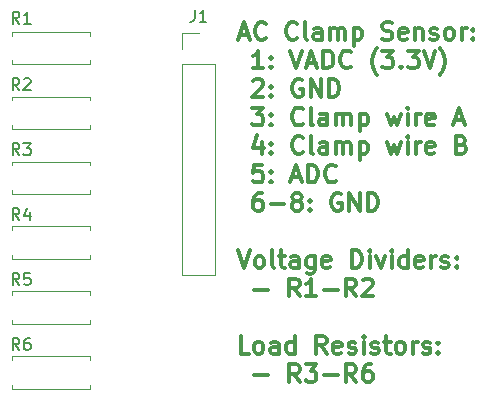
<source format=gbr>
%TF.GenerationSoftware,KiCad,Pcbnew,9.0.6*%
%TF.CreationDate,2025-11-25T21:03:31+00:00*%
%TF.ProjectId,sensor,73656e73-6f72-42e6-9b69-6361645f7063,rev?*%
%TF.SameCoordinates,Original*%
%TF.FileFunction,Legend,Top*%
%TF.FilePolarity,Positive*%
%FSLAX46Y46*%
G04 Gerber Fmt 4.6, Leading zero omitted, Abs format (unit mm)*
G04 Created by KiCad (PCBNEW 9.0.6) date 2025-11-25 21:03:31*
%MOMM*%
%LPD*%
G01*
G04 APERTURE LIST*
%ADD10C,0.300000*%
%ADD11C,0.150000*%
%ADD12C,0.120000*%
G04 APERTURE END LIST*
D10*
X71983082Y-38393265D02*
X72697368Y-38393265D01*
X71840225Y-38821836D02*
X72340225Y-37321836D01*
X72340225Y-37321836D02*
X72840225Y-38821836D01*
X74197367Y-38678979D02*
X74125939Y-38750408D01*
X74125939Y-38750408D02*
X73911653Y-38821836D01*
X73911653Y-38821836D02*
X73768796Y-38821836D01*
X73768796Y-38821836D02*
X73554510Y-38750408D01*
X73554510Y-38750408D02*
X73411653Y-38607550D01*
X73411653Y-38607550D02*
X73340224Y-38464693D01*
X73340224Y-38464693D02*
X73268796Y-38178979D01*
X73268796Y-38178979D02*
X73268796Y-37964693D01*
X73268796Y-37964693D02*
X73340224Y-37678979D01*
X73340224Y-37678979D02*
X73411653Y-37536122D01*
X73411653Y-37536122D02*
X73554510Y-37393265D01*
X73554510Y-37393265D02*
X73768796Y-37321836D01*
X73768796Y-37321836D02*
X73911653Y-37321836D01*
X73911653Y-37321836D02*
X74125939Y-37393265D01*
X74125939Y-37393265D02*
X74197367Y-37464693D01*
X76840224Y-38678979D02*
X76768796Y-38750408D01*
X76768796Y-38750408D02*
X76554510Y-38821836D01*
X76554510Y-38821836D02*
X76411653Y-38821836D01*
X76411653Y-38821836D02*
X76197367Y-38750408D01*
X76197367Y-38750408D02*
X76054510Y-38607550D01*
X76054510Y-38607550D02*
X75983081Y-38464693D01*
X75983081Y-38464693D02*
X75911653Y-38178979D01*
X75911653Y-38178979D02*
X75911653Y-37964693D01*
X75911653Y-37964693D02*
X75983081Y-37678979D01*
X75983081Y-37678979D02*
X76054510Y-37536122D01*
X76054510Y-37536122D02*
X76197367Y-37393265D01*
X76197367Y-37393265D02*
X76411653Y-37321836D01*
X76411653Y-37321836D02*
X76554510Y-37321836D01*
X76554510Y-37321836D02*
X76768796Y-37393265D01*
X76768796Y-37393265D02*
X76840224Y-37464693D01*
X77697367Y-38821836D02*
X77554510Y-38750408D01*
X77554510Y-38750408D02*
X77483081Y-38607550D01*
X77483081Y-38607550D02*
X77483081Y-37321836D01*
X78911653Y-38821836D02*
X78911653Y-38036122D01*
X78911653Y-38036122D02*
X78840224Y-37893265D01*
X78840224Y-37893265D02*
X78697367Y-37821836D01*
X78697367Y-37821836D02*
X78411653Y-37821836D01*
X78411653Y-37821836D02*
X78268795Y-37893265D01*
X78911653Y-38750408D02*
X78768795Y-38821836D01*
X78768795Y-38821836D02*
X78411653Y-38821836D01*
X78411653Y-38821836D02*
X78268795Y-38750408D01*
X78268795Y-38750408D02*
X78197367Y-38607550D01*
X78197367Y-38607550D02*
X78197367Y-38464693D01*
X78197367Y-38464693D02*
X78268795Y-38321836D01*
X78268795Y-38321836D02*
X78411653Y-38250408D01*
X78411653Y-38250408D02*
X78768795Y-38250408D01*
X78768795Y-38250408D02*
X78911653Y-38178979D01*
X79625938Y-38821836D02*
X79625938Y-37821836D01*
X79625938Y-37964693D02*
X79697367Y-37893265D01*
X79697367Y-37893265D02*
X79840224Y-37821836D01*
X79840224Y-37821836D02*
X80054510Y-37821836D01*
X80054510Y-37821836D02*
X80197367Y-37893265D01*
X80197367Y-37893265D02*
X80268796Y-38036122D01*
X80268796Y-38036122D02*
X80268796Y-38821836D01*
X80268796Y-38036122D02*
X80340224Y-37893265D01*
X80340224Y-37893265D02*
X80483081Y-37821836D01*
X80483081Y-37821836D02*
X80697367Y-37821836D01*
X80697367Y-37821836D02*
X80840224Y-37893265D01*
X80840224Y-37893265D02*
X80911653Y-38036122D01*
X80911653Y-38036122D02*
X80911653Y-38821836D01*
X81625938Y-37821836D02*
X81625938Y-39321836D01*
X81625938Y-37893265D02*
X81768796Y-37821836D01*
X81768796Y-37821836D02*
X82054510Y-37821836D01*
X82054510Y-37821836D02*
X82197367Y-37893265D01*
X82197367Y-37893265D02*
X82268796Y-37964693D01*
X82268796Y-37964693D02*
X82340224Y-38107550D01*
X82340224Y-38107550D02*
X82340224Y-38536122D01*
X82340224Y-38536122D02*
X82268796Y-38678979D01*
X82268796Y-38678979D02*
X82197367Y-38750408D01*
X82197367Y-38750408D02*
X82054510Y-38821836D01*
X82054510Y-38821836D02*
X81768796Y-38821836D01*
X81768796Y-38821836D02*
X81625938Y-38750408D01*
X84054510Y-38750408D02*
X84268796Y-38821836D01*
X84268796Y-38821836D02*
X84625938Y-38821836D01*
X84625938Y-38821836D02*
X84768796Y-38750408D01*
X84768796Y-38750408D02*
X84840224Y-38678979D01*
X84840224Y-38678979D02*
X84911653Y-38536122D01*
X84911653Y-38536122D02*
X84911653Y-38393265D01*
X84911653Y-38393265D02*
X84840224Y-38250408D01*
X84840224Y-38250408D02*
X84768796Y-38178979D01*
X84768796Y-38178979D02*
X84625938Y-38107550D01*
X84625938Y-38107550D02*
X84340224Y-38036122D01*
X84340224Y-38036122D02*
X84197367Y-37964693D01*
X84197367Y-37964693D02*
X84125938Y-37893265D01*
X84125938Y-37893265D02*
X84054510Y-37750408D01*
X84054510Y-37750408D02*
X84054510Y-37607550D01*
X84054510Y-37607550D02*
X84125938Y-37464693D01*
X84125938Y-37464693D02*
X84197367Y-37393265D01*
X84197367Y-37393265D02*
X84340224Y-37321836D01*
X84340224Y-37321836D02*
X84697367Y-37321836D01*
X84697367Y-37321836D02*
X84911653Y-37393265D01*
X86125938Y-38750408D02*
X85983081Y-38821836D01*
X85983081Y-38821836D02*
X85697367Y-38821836D01*
X85697367Y-38821836D02*
X85554509Y-38750408D01*
X85554509Y-38750408D02*
X85483081Y-38607550D01*
X85483081Y-38607550D02*
X85483081Y-38036122D01*
X85483081Y-38036122D02*
X85554509Y-37893265D01*
X85554509Y-37893265D02*
X85697367Y-37821836D01*
X85697367Y-37821836D02*
X85983081Y-37821836D01*
X85983081Y-37821836D02*
X86125938Y-37893265D01*
X86125938Y-37893265D02*
X86197367Y-38036122D01*
X86197367Y-38036122D02*
X86197367Y-38178979D01*
X86197367Y-38178979D02*
X85483081Y-38321836D01*
X86840223Y-37821836D02*
X86840223Y-38821836D01*
X86840223Y-37964693D02*
X86911652Y-37893265D01*
X86911652Y-37893265D02*
X87054509Y-37821836D01*
X87054509Y-37821836D02*
X87268795Y-37821836D01*
X87268795Y-37821836D02*
X87411652Y-37893265D01*
X87411652Y-37893265D02*
X87483081Y-38036122D01*
X87483081Y-38036122D02*
X87483081Y-38821836D01*
X88125938Y-38750408D02*
X88268795Y-38821836D01*
X88268795Y-38821836D02*
X88554509Y-38821836D01*
X88554509Y-38821836D02*
X88697366Y-38750408D01*
X88697366Y-38750408D02*
X88768795Y-38607550D01*
X88768795Y-38607550D02*
X88768795Y-38536122D01*
X88768795Y-38536122D02*
X88697366Y-38393265D01*
X88697366Y-38393265D02*
X88554509Y-38321836D01*
X88554509Y-38321836D02*
X88340224Y-38321836D01*
X88340224Y-38321836D02*
X88197366Y-38250408D01*
X88197366Y-38250408D02*
X88125938Y-38107550D01*
X88125938Y-38107550D02*
X88125938Y-38036122D01*
X88125938Y-38036122D02*
X88197366Y-37893265D01*
X88197366Y-37893265D02*
X88340224Y-37821836D01*
X88340224Y-37821836D02*
X88554509Y-37821836D01*
X88554509Y-37821836D02*
X88697366Y-37893265D01*
X89625938Y-38821836D02*
X89483081Y-38750408D01*
X89483081Y-38750408D02*
X89411652Y-38678979D01*
X89411652Y-38678979D02*
X89340224Y-38536122D01*
X89340224Y-38536122D02*
X89340224Y-38107550D01*
X89340224Y-38107550D02*
X89411652Y-37964693D01*
X89411652Y-37964693D02*
X89483081Y-37893265D01*
X89483081Y-37893265D02*
X89625938Y-37821836D01*
X89625938Y-37821836D02*
X89840224Y-37821836D01*
X89840224Y-37821836D02*
X89983081Y-37893265D01*
X89983081Y-37893265D02*
X90054510Y-37964693D01*
X90054510Y-37964693D02*
X90125938Y-38107550D01*
X90125938Y-38107550D02*
X90125938Y-38536122D01*
X90125938Y-38536122D02*
X90054510Y-38678979D01*
X90054510Y-38678979D02*
X89983081Y-38750408D01*
X89983081Y-38750408D02*
X89840224Y-38821836D01*
X89840224Y-38821836D02*
X89625938Y-38821836D01*
X90768795Y-38821836D02*
X90768795Y-37821836D01*
X90768795Y-38107550D02*
X90840224Y-37964693D01*
X90840224Y-37964693D02*
X90911653Y-37893265D01*
X90911653Y-37893265D02*
X91054510Y-37821836D01*
X91054510Y-37821836D02*
X91197367Y-37821836D01*
X91697366Y-38678979D02*
X91768795Y-38750408D01*
X91768795Y-38750408D02*
X91697366Y-38821836D01*
X91697366Y-38821836D02*
X91625938Y-38750408D01*
X91625938Y-38750408D02*
X91697366Y-38678979D01*
X91697366Y-38678979D02*
X91697366Y-38821836D01*
X91697366Y-37893265D02*
X91768795Y-37964693D01*
X91768795Y-37964693D02*
X91697366Y-38036122D01*
X91697366Y-38036122D02*
X91625938Y-37964693D01*
X91625938Y-37964693D02*
X91697366Y-37893265D01*
X91697366Y-37893265D02*
X91697366Y-38036122D01*
X73983082Y-41236752D02*
X73125939Y-41236752D01*
X73554510Y-41236752D02*
X73554510Y-39736752D01*
X73554510Y-39736752D02*
X73411653Y-39951038D01*
X73411653Y-39951038D02*
X73268796Y-40093895D01*
X73268796Y-40093895D02*
X73125939Y-40165324D01*
X74625938Y-41093895D02*
X74697367Y-41165324D01*
X74697367Y-41165324D02*
X74625938Y-41236752D01*
X74625938Y-41236752D02*
X74554510Y-41165324D01*
X74554510Y-41165324D02*
X74625938Y-41093895D01*
X74625938Y-41093895D02*
X74625938Y-41236752D01*
X74625938Y-40308181D02*
X74697367Y-40379609D01*
X74697367Y-40379609D02*
X74625938Y-40451038D01*
X74625938Y-40451038D02*
X74554510Y-40379609D01*
X74554510Y-40379609D02*
X74625938Y-40308181D01*
X74625938Y-40308181D02*
X74625938Y-40451038D01*
X76268796Y-39736752D02*
X76768796Y-41236752D01*
X76768796Y-41236752D02*
X77268796Y-39736752D01*
X77697367Y-40808181D02*
X78411653Y-40808181D01*
X77554510Y-41236752D02*
X78054510Y-39736752D01*
X78054510Y-39736752D02*
X78554510Y-41236752D01*
X79054509Y-41236752D02*
X79054509Y-39736752D01*
X79054509Y-39736752D02*
X79411652Y-39736752D01*
X79411652Y-39736752D02*
X79625938Y-39808181D01*
X79625938Y-39808181D02*
X79768795Y-39951038D01*
X79768795Y-39951038D02*
X79840224Y-40093895D01*
X79840224Y-40093895D02*
X79911652Y-40379609D01*
X79911652Y-40379609D02*
X79911652Y-40593895D01*
X79911652Y-40593895D02*
X79840224Y-40879609D01*
X79840224Y-40879609D02*
X79768795Y-41022466D01*
X79768795Y-41022466D02*
X79625938Y-41165324D01*
X79625938Y-41165324D02*
X79411652Y-41236752D01*
X79411652Y-41236752D02*
X79054509Y-41236752D01*
X81411652Y-41093895D02*
X81340224Y-41165324D01*
X81340224Y-41165324D02*
X81125938Y-41236752D01*
X81125938Y-41236752D02*
X80983081Y-41236752D01*
X80983081Y-41236752D02*
X80768795Y-41165324D01*
X80768795Y-41165324D02*
X80625938Y-41022466D01*
X80625938Y-41022466D02*
X80554509Y-40879609D01*
X80554509Y-40879609D02*
X80483081Y-40593895D01*
X80483081Y-40593895D02*
X80483081Y-40379609D01*
X80483081Y-40379609D02*
X80554509Y-40093895D01*
X80554509Y-40093895D02*
X80625938Y-39951038D01*
X80625938Y-39951038D02*
X80768795Y-39808181D01*
X80768795Y-39808181D02*
X80983081Y-39736752D01*
X80983081Y-39736752D02*
X81125938Y-39736752D01*
X81125938Y-39736752D02*
X81340224Y-39808181D01*
X81340224Y-39808181D02*
X81411652Y-39879609D01*
X83625938Y-41808181D02*
X83554509Y-41736752D01*
X83554509Y-41736752D02*
X83411652Y-41522466D01*
X83411652Y-41522466D02*
X83340224Y-41379609D01*
X83340224Y-41379609D02*
X83268795Y-41165324D01*
X83268795Y-41165324D02*
X83197366Y-40808181D01*
X83197366Y-40808181D02*
X83197366Y-40522466D01*
X83197366Y-40522466D02*
X83268795Y-40165324D01*
X83268795Y-40165324D02*
X83340224Y-39951038D01*
X83340224Y-39951038D02*
X83411652Y-39808181D01*
X83411652Y-39808181D02*
X83554509Y-39593895D01*
X83554509Y-39593895D02*
X83625938Y-39522466D01*
X84054509Y-39736752D02*
X84983081Y-39736752D01*
X84983081Y-39736752D02*
X84483081Y-40308181D01*
X84483081Y-40308181D02*
X84697366Y-40308181D01*
X84697366Y-40308181D02*
X84840224Y-40379609D01*
X84840224Y-40379609D02*
X84911652Y-40451038D01*
X84911652Y-40451038D02*
X84983081Y-40593895D01*
X84983081Y-40593895D02*
X84983081Y-40951038D01*
X84983081Y-40951038D02*
X84911652Y-41093895D01*
X84911652Y-41093895D02*
X84840224Y-41165324D01*
X84840224Y-41165324D02*
X84697366Y-41236752D01*
X84697366Y-41236752D02*
X84268795Y-41236752D01*
X84268795Y-41236752D02*
X84125938Y-41165324D01*
X84125938Y-41165324D02*
X84054509Y-41093895D01*
X85625937Y-41093895D02*
X85697366Y-41165324D01*
X85697366Y-41165324D02*
X85625937Y-41236752D01*
X85625937Y-41236752D02*
X85554509Y-41165324D01*
X85554509Y-41165324D02*
X85625937Y-41093895D01*
X85625937Y-41093895D02*
X85625937Y-41236752D01*
X86197366Y-39736752D02*
X87125938Y-39736752D01*
X87125938Y-39736752D02*
X86625938Y-40308181D01*
X86625938Y-40308181D02*
X86840223Y-40308181D01*
X86840223Y-40308181D02*
X86983081Y-40379609D01*
X86983081Y-40379609D02*
X87054509Y-40451038D01*
X87054509Y-40451038D02*
X87125938Y-40593895D01*
X87125938Y-40593895D02*
X87125938Y-40951038D01*
X87125938Y-40951038D02*
X87054509Y-41093895D01*
X87054509Y-41093895D02*
X86983081Y-41165324D01*
X86983081Y-41165324D02*
X86840223Y-41236752D01*
X86840223Y-41236752D02*
X86411652Y-41236752D01*
X86411652Y-41236752D02*
X86268795Y-41165324D01*
X86268795Y-41165324D02*
X86197366Y-41093895D01*
X87554509Y-39736752D02*
X88054509Y-41236752D01*
X88054509Y-41236752D02*
X88554509Y-39736752D01*
X88911651Y-41808181D02*
X88983080Y-41736752D01*
X88983080Y-41736752D02*
X89125937Y-41522466D01*
X89125937Y-41522466D02*
X89197366Y-41379609D01*
X89197366Y-41379609D02*
X89268794Y-41165324D01*
X89268794Y-41165324D02*
X89340223Y-40808181D01*
X89340223Y-40808181D02*
X89340223Y-40522466D01*
X89340223Y-40522466D02*
X89268794Y-40165324D01*
X89268794Y-40165324D02*
X89197366Y-39951038D01*
X89197366Y-39951038D02*
X89125937Y-39808181D01*
X89125937Y-39808181D02*
X88983080Y-39593895D01*
X88983080Y-39593895D02*
X88911651Y-39522466D01*
X73125939Y-42294525D02*
X73197367Y-42223097D01*
X73197367Y-42223097D02*
X73340225Y-42151668D01*
X73340225Y-42151668D02*
X73697367Y-42151668D01*
X73697367Y-42151668D02*
X73840225Y-42223097D01*
X73840225Y-42223097D02*
X73911653Y-42294525D01*
X73911653Y-42294525D02*
X73983082Y-42437382D01*
X73983082Y-42437382D02*
X73983082Y-42580240D01*
X73983082Y-42580240D02*
X73911653Y-42794525D01*
X73911653Y-42794525D02*
X73054510Y-43651668D01*
X73054510Y-43651668D02*
X73983082Y-43651668D01*
X74625938Y-43508811D02*
X74697367Y-43580240D01*
X74697367Y-43580240D02*
X74625938Y-43651668D01*
X74625938Y-43651668D02*
X74554510Y-43580240D01*
X74554510Y-43580240D02*
X74625938Y-43508811D01*
X74625938Y-43508811D02*
X74625938Y-43651668D01*
X74625938Y-42723097D02*
X74697367Y-42794525D01*
X74697367Y-42794525D02*
X74625938Y-42865954D01*
X74625938Y-42865954D02*
X74554510Y-42794525D01*
X74554510Y-42794525D02*
X74625938Y-42723097D01*
X74625938Y-42723097D02*
X74625938Y-42865954D01*
X77268796Y-42223097D02*
X77125939Y-42151668D01*
X77125939Y-42151668D02*
X76911653Y-42151668D01*
X76911653Y-42151668D02*
X76697367Y-42223097D01*
X76697367Y-42223097D02*
X76554510Y-42365954D01*
X76554510Y-42365954D02*
X76483081Y-42508811D01*
X76483081Y-42508811D02*
X76411653Y-42794525D01*
X76411653Y-42794525D02*
X76411653Y-43008811D01*
X76411653Y-43008811D02*
X76483081Y-43294525D01*
X76483081Y-43294525D02*
X76554510Y-43437382D01*
X76554510Y-43437382D02*
X76697367Y-43580240D01*
X76697367Y-43580240D02*
X76911653Y-43651668D01*
X76911653Y-43651668D02*
X77054510Y-43651668D01*
X77054510Y-43651668D02*
X77268796Y-43580240D01*
X77268796Y-43580240D02*
X77340224Y-43508811D01*
X77340224Y-43508811D02*
X77340224Y-43008811D01*
X77340224Y-43008811D02*
X77054510Y-43008811D01*
X77983081Y-43651668D02*
X77983081Y-42151668D01*
X77983081Y-42151668D02*
X78840224Y-43651668D01*
X78840224Y-43651668D02*
X78840224Y-42151668D01*
X79554510Y-43651668D02*
X79554510Y-42151668D01*
X79554510Y-42151668D02*
X79911653Y-42151668D01*
X79911653Y-42151668D02*
X80125939Y-42223097D01*
X80125939Y-42223097D02*
X80268796Y-42365954D01*
X80268796Y-42365954D02*
X80340225Y-42508811D01*
X80340225Y-42508811D02*
X80411653Y-42794525D01*
X80411653Y-42794525D02*
X80411653Y-43008811D01*
X80411653Y-43008811D02*
X80340225Y-43294525D01*
X80340225Y-43294525D02*
X80268796Y-43437382D01*
X80268796Y-43437382D02*
X80125939Y-43580240D01*
X80125939Y-43580240D02*
X79911653Y-43651668D01*
X79911653Y-43651668D02*
X79554510Y-43651668D01*
X73054510Y-44566584D02*
X73983082Y-44566584D01*
X73983082Y-44566584D02*
X73483082Y-45138013D01*
X73483082Y-45138013D02*
X73697367Y-45138013D01*
X73697367Y-45138013D02*
X73840225Y-45209441D01*
X73840225Y-45209441D02*
X73911653Y-45280870D01*
X73911653Y-45280870D02*
X73983082Y-45423727D01*
X73983082Y-45423727D02*
X73983082Y-45780870D01*
X73983082Y-45780870D02*
X73911653Y-45923727D01*
X73911653Y-45923727D02*
X73840225Y-45995156D01*
X73840225Y-45995156D02*
X73697367Y-46066584D01*
X73697367Y-46066584D02*
X73268796Y-46066584D01*
X73268796Y-46066584D02*
X73125939Y-45995156D01*
X73125939Y-45995156D02*
X73054510Y-45923727D01*
X74625938Y-45923727D02*
X74697367Y-45995156D01*
X74697367Y-45995156D02*
X74625938Y-46066584D01*
X74625938Y-46066584D02*
X74554510Y-45995156D01*
X74554510Y-45995156D02*
X74625938Y-45923727D01*
X74625938Y-45923727D02*
X74625938Y-46066584D01*
X74625938Y-45138013D02*
X74697367Y-45209441D01*
X74697367Y-45209441D02*
X74625938Y-45280870D01*
X74625938Y-45280870D02*
X74554510Y-45209441D01*
X74554510Y-45209441D02*
X74625938Y-45138013D01*
X74625938Y-45138013D02*
X74625938Y-45280870D01*
X77340224Y-45923727D02*
X77268796Y-45995156D01*
X77268796Y-45995156D02*
X77054510Y-46066584D01*
X77054510Y-46066584D02*
X76911653Y-46066584D01*
X76911653Y-46066584D02*
X76697367Y-45995156D01*
X76697367Y-45995156D02*
X76554510Y-45852298D01*
X76554510Y-45852298D02*
X76483081Y-45709441D01*
X76483081Y-45709441D02*
X76411653Y-45423727D01*
X76411653Y-45423727D02*
X76411653Y-45209441D01*
X76411653Y-45209441D02*
X76483081Y-44923727D01*
X76483081Y-44923727D02*
X76554510Y-44780870D01*
X76554510Y-44780870D02*
X76697367Y-44638013D01*
X76697367Y-44638013D02*
X76911653Y-44566584D01*
X76911653Y-44566584D02*
X77054510Y-44566584D01*
X77054510Y-44566584D02*
X77268796Y-44638013D01*
X77268796Y-44638013D02*
X77340224Y-44709441D01*
X78197367Y-46066584D02*
X78054510Y-45995156D01*
X78054510Y-45995156D02*
X77983081Y-45852298D01*
X77983081Y-45852298D02*
X77983081Y-44566584D01*
X79411653Y-46066584D02*
X79411653Y-45280870D01*
X79411653Y-45280870D02*
X79340224Y-45138013D01*
X79340224Y-45138013D02*
X79197367Y-45066584D01*
X79197367Y-45066584D02*
X78911653Y-45066584D01*
X78911653Y-45066584D02*
X78768795Y-45138013D01*
X79411653Y-45995156D02*
X79268795Y-46066584D01*
X79268795Y-46066584D02*
X78911653Y-46066584D01*
X78911653Y-46066584D02*
X78768795Y-45995156D01*
X78768795Y-45995156D02*
X78697367Y-45852298D01*
X78697367Y-45852298D02*
X78697367Y-45709441D01*
X78697367Y-45709441D02*
X78768795Y-45566584D01*
X78768795Y-45566584D02*
X78911653Y-45495156D01*
X78911653Y-45495156D02*
X79268795Y-45495156D01*
X79268795Y-45495156D02*
X79411653Y-45423727D01*
X80125938Y-46066584D02*
X80125938Y-45066584D01*
X80125938Y-45209441D02*
X80197367Y-45138013D01*
X80197367Y-45138013D02*
X80340224Y-45066584D01*
X80340224Y-45066584D02*
X80554510Y-45066584D01*
X80554510Y-45066584D02*
X80697367Y-45138013D01*
X80697367Y-45138013D02*
X80768796Y-45280870D01*
X80768796Y-45280870D02*
X80768796Y-46066584D01*
X80768796Y-45280870D02*
X80840224Y-45138013D01*
X80840224Y-45138013D02*
X80983081Y-45066584D01*
X80983081Y-45066584D02*
X81197367Y-45066584D01*
X81197367Y-45066584D02*
X81340224Y-45138013D01*
X81340224Y-45138013D02*
X81411653Y-45280870D01*
X81411653Y-45280870D02*
X81411653Y-46066584D01*
X82125938Y-45066584D02*
X82125938Y-46566584D01*
X82125938Y-45138013D02*
X82268796Y-45066584D01*
X82268796Y-45066584D02*
X82554510Y-45066584D01*
X82554510Y-45066584D02*
X82697367Y-45138013D01*
X82697367Y-45138013D02*
X82768796Y-45209441D01*
X82768796Y-45209441D02*
X82840224Y-45352298D01*
X82840224Y-45352298D02*
X82840224Y-45780870D01*
X82840224Y-45780870D02*
X82768796Y-45923727D01*
X82768796Y-45923727D02*
X82697367Y-45995156D01*
X82697367Y-45995156D02*
X82554510Y-46066584D01*
X82554510Y-46066584D02*
X82268796Y-46066584D01*
X82268796Y-46066584D02*
X82125938Y-45995156D01*
X84483081Y-45066584D02*
X84768796Y-46066584D01*
X84768796Y-46066584D02*
X85054510Y-45352298D01*
X85054510Y-45352298D02*
X85340224Y-46066584D01*
X85340224Y-46066584D02*
X85625938Y-45066584D01*
X86197367Y-46066584D02*
X86197367Y-45066584D01*
X86197367Y-44566584D02*
X86125939Y-44638013D01*
X86125939Y-44638013D02*
X86197367Y-44709441D01*
X86197367Y-44709441D02*
X86268796Y-44638013D01*
X86268796Y-44638013D02*
X86197367Y-44566584D01*
X86197367Y-44566584D02*
X86197367Y-44709441D01*
X86911653Y-46066584D02*
X86911653Y-45066584D01*
X86911653Y-45352298D02*
X86983082Y-45209441D01*
X86983082Y-45209441D02*
X87054511Y-45138013D01*
X87054511Y-45138013D02*
X87197368Y-45066584D01*
X87197368Y-45066584D02*
X87340225Y-45066584D01*
X88411653Y-45995156D02*
X88268796Y-46066584D01*
X88268796Y-46066584D02*
X87983082Y-46066584D01*
X87983082Y-46066584D02*
X87840224Y-45995156D01*
X87840224Y-45995156D02*
X87768796Y-45852298D01*
X87768796Y-45852298D02*
X87768796Y-45280870D01*
X87768796Y-45280870D02*
X87840224Y-45138013D01*
X87840224Y-45138013D02*
X87983082Y-45066584D01*
X87983082Y-45066584D02*
X88268796Y-45066584D01*
X88268796Y-45066584D02*
X88411653Y-45138013D01*
X88411653Y-45138013D02*
X88483082Y-45280870D01*
X88483082Y-45280870D02*
X88483082Y-45423727D01*
X88483082Y-45423727D02*
X87768796Y-45566584D01*
X90197367Y-45638013D02*
X90911653Y-45638013D01*
X90054510Y-46066584D02*
X90554510Y-44566584D01*
X90554510Y-44566584D02*
X91054510Y-46066584D01*
X73840225Y-47481500D02*
X73840225Y-48481500D01*
X73483082Y-46910072D02*
X73125939Y-47981500D01*
X73125939Y-47981500D02*
X74054510Y-47981500D01*
X74625938Y-48338643D02*
X74697367Y-48410072D01*
X74697367Y-48410072D02*
X74625938Y-48481500D01*
X74625938Y-48481500D02*
X74554510Y-48410072D01*
X74554510Y-48410072D02*
X74625938Y-48338643D01*
X74625938Y-48338643D02*
X74625938Y-48481500D01*
X74625938Y-47552929D02*
X74697367Y-47624357D01*
X74697367Y-47624357D02*
X74625938Y-47695786D01*
X74625938Y-47695786D02*
X74554510Y-47624357D01*
X74554510Y-47624357D02*
X74625938Y-47552929D01*
X74625938Y-47552929D02*
X74625938Y-47695786D01*
X77340224Y-48338643D02*
X77268796Y-48410072D01*
X77268796Y-48410072D02*
X77054510Y-48481500D01*
X77054510Y-48481500D02*
X76911653Y-48481500D01*
X76911653Y-48481500D02*
X76697367Y-48410072D01*
X76697367Y-48410072D02*
X76554510Y-48267214D01*
X76554510Y-48267214D02*
X76483081Y-48124357D01*
X76483081Y-48124357D02*
X76411653Y-47838643D01*
X76411653Y-47838643D02*
X76411653Y-47624357D01*
X76411653Y-47624357D02*
X76483081Y-47338643D01*
X76483081Y-47338643D02*
X76554510Y-47195786D01*
X76554510Y-47195786D02*
X76697367Y-47052929D01*
X76697367Y-47052929D02*
X76911653Y-46981500D01*
X76911653Y-46981500D02*
X77054510Y-46981500D01*
X77054510Y-46981500D02*
X77268796Y-47052929D01*
X77268796Y-47052929D02*
X77340224Y-47124357D01*
X78197367Y-48481500D02*
X78054510Y-48410072D01*
X78054510Y-48410072D02*
X77983081Y-48267214D01*
X77983081Y-48267214D02*
X77983081Y-46981500D01*
X79411653Y-48481500D02*
X79411653Y-47695786D01*
X79411653Y-47695786D02*
X79340224Y-47552929D01*
X79340224Y-47552929D02*
X79197367Y-47481500D01*
X79197367Y-47481500D02*
X78911653Y-47481500D01*
X78911653Y-47481500D02*
X78768795Y-47552929D01*
X79411653Y-48410072D02*
X79268795Y-48481500D01*
X79268795Y-48481500D02*
X78911653Y-48481500D01*
X78911653Y-48481500D02*
X78768795Y-48410072D01*
X78768795Y-48410072D02*
X78697367Y-48267214D01*
X78697367Y-48267214D02*
X78697367Y-48124357D01*
X78697367Y-48124357D02*
X78768795Y-47981500D01*
X78768795Y-47981500D02*
X78911653Y-47910072D01*
X78911653Y-47910072D02*
X79268795Y-47910072D01*
X79268795Y-47910072D02*
X79411653Y-47838643D01*
X80125938Y-48481500D02*
X80125938Y-47481500D01*
X80125938Y-47624357D02*
X80197367Y-47552929D01*
X80197367Y-47552929D02*
X80340224Y-47481500D01*
X80340224Y-47481500D02*
X80554510Y-47481500D01*
X80554510Y-47481500D02*
X80697367Y-47552929D01*
X80697367Y-47552929D02*
X80768796Y-47695786D01*
X80768796Y-47695786D02*
X80768796Y-48481500D01*
X80768796Y-47695786D02*
X80840224Y-47552929D01*
X80840224Y-47552929D02*
X80983081Y-47481500D01*
X80983081Y-47481500D02*
X81197367Y-47481500D01*
X81197367Y-47481500D02*
X81340224Y-47552929D01*
X81340224Y-47552929D02*
X81411653Y-47695786D01*
X81411653Y-47695786D02*
X81411653Y-48481500D01*
X82125938Y-47481500D02*
X82125938Y-48981500D01*
X82125938Y-47552929D02*
X82268796Y-47481500D01*
X82268796Y-47481500D02*
X82554510Y-47481500D01*
X82554510Y-47481500D02*
X82697367Y-47552929D01*
X82697367Y-47552929D02*
X82768796Y-47624357D01*
X82768796Y-47624357D02*
X82840224Y-47767214D01*
X82840224Y-47767214D02*
X82840224Y-48195786D01*
X82840224Y-48195786D02*
X82768796Y-48338643D01*
X82768796Y-48338643D02*
X82697367Y-48410072D01*
X82697367Y-48410072D02*
X82554510Y-48481500D01*
X82554510Y-48481500D02*
X82268796Y-48481500D01*
X82268796Y-48481500D02*
X82125938Y-48410072D01*
X84483081Y-47481500D02*
X84768796Y-48481500D01*
X84768796Y-48481500D02*
X85054510Y-47767214D01*
X85054510Y-47767214D02*
X85340224Y-48481500D01*
X85340224Y-48481500D02*
X85625938Y-47481500D01*
X86197367Y-48481500D02*
X86197367Y-47481500D01*
X86197367Y-46981500D02*
X86125939Y-47052929D01*
X86125939Y-47052929D02*
X86197367Y-47124357D01*
X86197367Y-47124357D02*
X86268796Y-47052929D01*
X86268796Y-47052929D02*
X86197367Y-46981500D01*
X86197367Y-46981500D02*
X86197367Y-47124357D01*
X86911653Y-48481500D02*
X86911653Y-47481500D01*
X86911653Y-47767214D02*
X86983082Y-47624357D01*
X86983082Y-47624357D02*
X87054511Y-47552929D01*
X87054511Y-47552929D02*
X87197368Y-47481500D01*
X87197368Y-47481500D02*
X87340225Y-47481500D01*
X88411653Y-48410072D02*
X88268796Y-48481500D01*
X88268796Y-48481500D02*
X87983082Y-48481500D01*
X87983082Y-48481500D02*
X87840224Y-48410072D01*
X87840224Y-48410072D02*
X87768796Y-48267214D01*
X87768796Y-48267214D02*
X87768796Y-47695786D01*
X87768796Y-47695786D02*
X87840224Y-47552929D01*
X87840224Y-47552929D02*
X87983082Y-47481500D01*
X87983082Y-47481500D02*
X88268796Y-47481500D01*
X88268796Y-47481500D02*
X88411653Y-47552929D01*
X88411653Y-47552929D02*
X88483082Y-47695786D01*
X88483082Y-47695786D02*
X88483082Y-47838643D01*
X88483082Y-47838643D02*
X87768796Y-47981500D01*
X90768795Y-47695786D02*
X90983081Y-47767214D01*
X90983081Y-47767214D02*
X91054510Y-47838643D01*
X91054510Y-47838643D02*
X91125938Y-47981500D01*
X91125938Y-47981500D02*
X91125938Y-48195786D01*
X91125938Y-48195786D02*
X91054510Y-48338643D01*
X91054510Y-48338643D02*
X90983081Y-48410072D01*
X90983081Y-48410072D02*
X90840224Y-48481500D01*
X90840224Y-48481500D02*
X90268795Y-48481500D01*
X90268795Y-48481500D02*
X90268795Y-46981500D01*
X90268795Y-46981500D02*
X90768795Y-46981500D01*
X90768795Y-46981500D02*
X90911653Y-47052929D01*
X90911653Y-47052929D02*
X90983081Y-47124357D01*
X90983081Y-47124357D02*
X91054510Y-47267214D01*
X91054510Y-47267214D02*
X91054510Y-47410072D01*
X91054510Y-47410072D02*
X90983081Y-47552929D01*
X90983081Y-47552929D02*
X90911653Y-47624357D01*
X90911653Y-47624357D02*
X90768795Y-47695786D01*
X90768795Y-47695786D02*
X90268795Y-47695786D01*
X73911653Y-49396416D02*
X73197367Y-49396416D01*
X73197367Y-49396416D02*
X73125939Y-50110702D01*
X73125939Y-50110702D02*
X73197367Y-50039273D01*
X73197367Y-50039273D02*
X73340225Y-49967845D01*
X73340225Y-49967845D02*
X73697367Y-49967845D01*
X73697367Y-49967845D02*
X73840225Y-50039273D01*
X73840225Y-50039273D02*
X73911653Y-50110702D01*
X73911653Y-50110702D02*
X73983082Y-50253559D01*
X73983082Y-50253559D02*
X73983082Y-50610702D01*
X73983082Y-50610702D02*
X73911653Y-50753559D01*
X73911653Y-50753559D02*
X73840225Y-50824988D01*
X73840225Y-50824988D02*
X73697367Y-50896416D01*
X73697367Y-50896416D02*
X73340225Y-50896416D01*
X73340225Y-50896416D02*
X73197367Y-50824988D01*
X73197367Y-50824988D02*
X73125939Y-50753559D01*
X74625938Y-50753559D02*
X74697367Y-50824988D01*
X74697367Y-50824988D02*
X74625938Y-50896416D01*
X74625938Y-50896416D02*
X74554510Y-50824988D01*
X74554510Y-50824988D02*
X74625938Y-50753559D01*
X74625938Y-50753559D02*
X74625938Y-50896416D01*
X74625938Y-49967845D02*
X74697367Y-50039273D01*
X74697367Y-50039273D02*
X74625938Y-50110702D01*
X74625938Y-50110702D02*
X74554510Y-50039273D01*
X74554510Y-50039273D02*
X74625938Y-49967845D01*
X74625938Y-49967845D02*
X74625938Y-50110702D01*
X76411653Y-50467845D02*
X77125939Y-50467845D01*
X76268796Y-50896416D02*
X76768796Y-49396416D01*
X76768796Y-49396416D02*
X77268796Y-50896416D01*
X77768795Y-50896416D02*
X77768795Y-49396416D01*
X77768795Y-49396416D02*
X78125938Y-49396416D01*
X78125938Y-49396416D02*
X78340224Y-49467845D01*
X78340224Y-49467845D02*
X78483081Y-49610702D01*
X78483081Y-49610702D02*
X78554510Y-49753559D01*
X78554510Y-49753559D02*
X78625938Y-50039273D01*
X78625938Y-50039273D02*
X78625938Y-50253559D01*
X78625938Y-50253559D02*
X78554510Y-50539273D01*
X78554510Y-50539273D02*
X78483081Y-50682130D01*
X78483081Y-50682130D02*
X78340224Y-50824988D01*
X78340224Y-50824988D02*
X78125938Y-50896416D01*
X78125938Y-50896416D02*
X77768795Y-50896416D01*
X80125938Y-50753559D02*
X80054510Y-50824988D01*
X80054510Y-50824988D02*
X79840224Y-50896416D01*
X79840224Y-50896416D02*
X79697367Y-50896416D01*
X79697367Y-50896416D02*
X79483081Y-50824988D01*
X79483081Y-50824988D02*
X79340224Y-50682130D01*
X79340224Y-50682130D02*
X79268795Y-50539273D01*
X79268795Y-50539273D02*
X79197367Y-50253559D01*
X79197367Y-50253559D02*
X79197367Y-50039273D01*
X79197367Y-50039273D02*
X79268795Y-49753559D01*
X79268795Y-49753559D02*
X79340224Y-49610702D01*
X79340224Y-49610702D02*
X79483081Y-49467845D01*
X79483081Y-49467845D02*
X79697367Y-49396416D01*
X79697367Y-49396416D02*
X79840224Y-49396416D01*
X79840224Y-49396416D02*
X80054510Y-49467845D01*
X80054510Y-49467845D02*
X80125938Y-49539273D01*
X73840225Y-51811332D02*
X73554510Y-51811332D01*
X73554510Y-51811332D02*
X73411653Y-51882761D01*
X73411653Y-51882761D02*
X73340225Y-51954189D01*
X73340225Y-51954189D02*
X73197367Y-52168475D01*
X73197367Y-52168475D02*
X73125939Y-52454189D01*
X73125939Y-52454189D02*
X73125939Y-53025618D01*
X73125939Y-53025618D02*
X73197367Y-53168475D01*
X73197367Y-53168475D02*
X73268796Y-53239904D01*
X73268796Y-53239904D02*
X73411653Y-53311332D01*
X73411653Y-53311332D02*
X73697367Y-53311332D01*
X73697367Y-53311332D02*
X73840225Y-53239904D01*
X73840225Y-53239904D02*
X73911653Y-53168475D01*
X73911653Y-53168475D02*
X73983082Y-53025618D01*
X73983082Y-53025618D02*
X73983082Y-52668475D01*
X73983082Y-52668475D02*
X73911653Y-52525618D01*
X73911653Y-52525618D02*
X73840225Y-52454189D01*
X73840225Y-52454189D02*
X73697367Y-52382761D01*
X73697367Y-52382761D02*
X73411653Y-52382761D01*
X73411653Y-52382761D02*
X73268796Y-52454189D01*
X73268796Y-52454189D02*
X73197367Y-52525618D01*
X73197367Y-52525618D02*
X73125939Y-52668475D01*
X74625938Y-52739904D02*
X75768796Y-52739904D01*
X76697367Y-52454189D02*
X76554510Y-52382761D01*
X76554510Y-52382761D02*
X76483081Y-52311332D01*
X76483081Y-52311332D02*
X76411653Y-52168475D01*
X76411653Y-52168475D02*
X76411653Y-52097046D01*
X76411653Y-52097046D02*
X76483081Y-51954189D01*
X76483081Y-51954189D02*
X76554510Y-51882761D01*
X76554510Y-51882761D02*
X76697367Y-51811332D01*
X76697367Y-51811332D02*
X76983081Y-51811332D01*
X76983081Y-51811332D02*
X77125939Y-51882761D01*
X77125939Y-51882761D02*
X77197367Y-51954189D01*
X77197367Y-51954189D02*
X77268796Y-52097046D01*
X77268796Y-52097046D02*
X77268796Y-52168475D01*
X77268796Y-52168475D02*
X77197367Y-52311332D01*
X77197367Y-52311332D02*
X77125939Y-52382761D01*
X77125939Y-52382761D02*
X76983081Y-52454189D01*
X76983081Y-52454189D02*
X76697367Y-52454189D01*
X76697367Y-52454189D02*
X76554510Y-52525618D01*
X76554510Y-52525618D02*
X76483081Y-52597046D01*
X76483081Y-52597046D02*
X76411653Y-52739904D01*
X76411653Y-52739904D02*
X76411653Y-53025618D01*
X76411653Y-53025618D02*
X76483081Y-53168475D01*
X76483081Y-53168475D02*
X76554510Y-53239904D01*
X76554510Y-53239904D02*
X76697367Y-53311332D01*
X76697367Y-53311332D02*
X76983081Y-53311332D01*
X76983081Y-53311332D02*
X77125939Y-53239904D01*
X77125939Y-53239904D02*
X77197367Y-53168475D01*
X77197367Y-53168475D02*
X77268796Y-53025618D01*
X77268796Y-53025618D02*
X77268796Y-52739904D01*
X77268796Y-52739904D02*
X77197367Y-52597046D01*
X77197367Y-52597046D02*
X77125939Y-52525618D01*
X77125939Y-52525618D02*
X76983081Y-52454189D01*
X77911652Y-53168475D02*
X77983081Y-53239904D01*
X77983081Y-53239904D02*
X77911652Y-53311332D01*
X77911652Y-53311332D02*
X77840224Y-53239904D01*
X77840224Y-53239904D02*
X77911652Y-53168475D01*
X77911652Y-53168475D02*
X77911652Y-53311332D01*
X77911652Y-52382761D02*
X77983081Y-52454189D01*
X77983081Y-52454189D02*
X77911652Y-52525618D01*
X77911652Y-52525618D02*
X77840224Y-52454189D01*
X77840224Y-52454189D02*
X77911652Y-52382761D01*
X77911652Y-52382761D02*
X77911652Y-52525618D01*
X80554510Y-51882761D02*
X80411653Y-51811332D01*
X80411653Y-51811332D02*
X80197367Y-51811332D01*
X80197367Y-51811332D02*
X79983081Y-51882761D01*
X79983081Y-51882761D02*
X79840224Y-52025618D01*
X79840224Y-52025618D02*
X79768795Y-52168475D01*
X79768795Y-52168475D02*
X79697367Y-52454189D01*
X79697367Y-52454189D02*
X79697367Y-52668475D01*
X79697367Y-52668475D02*
X79768795Y-52954189D01*
X79768795Y-52954189D02*
X79840224Y-53097046D01*
X79840224Y-53097046D02*
X79983081Y-53239904D01*
X79983081Y-53239904D02*
X80197367Y-53311332D01*
X80197367Y-53311332D02*
X80340224Y-53311332D01*
X80340224Y-53311332D02*
X80554510Y-53239904D01*
X80554510Y-53239904D02*
X80625938Y-53168475D01*
X80625938Y-53168475D02*
X80625938Y-52668475D01*
X80625938Y-52668475D02*
X80340224Y-52668475D01*
X81268795Y-53311332D02*
X81268795Y-51811332D01*
X81268795Y-51811332D02*
X82125938Y-53311332D01*
X82125938Y-53311332D02*
X82125938Y-51811332D01*
X82840224Y-53311332D02*
X82840224Y-51811332D01*
X82840224Y-51811332D02*
X83197367Y-51811332D01*
X83197367Y-51811332D02*
X83411653Y-51882761D01*
X83411653Y-51882761D02*
X83554510Y-52025618D01*
X83554510Y-52025618D02*
X83625939Y-52168475D01*
X83625939Y-52168475D02*
X83697367Y-52454189D01*
X83697367Y-52454189D02*
X83697367Y-52668475D01*
X83697367Y-52668475D02*
X83625939Y-52954189D01*
X83625939Y-52954189D02*
X83554510Y-53097046D01*
X83554510Y-53097046D02*
X83411653Y-53239904D01*
X83411653Y-53239904D02*
X83197367Y-53311332D01*
X83197367Y-53311332D02*
X82840224Y-53311332D01*
X71840225Y-56641164D02*
X72340225Y-58141164D01*
X72340225Y-58141164D02*
X72840225Y-56641164D01*
X73554510Y-58141164D02*
X73411653Y-58069736D01*
X73411653Y-58069736D02*
X73340224Y-57998307D01*
X73340224Y-57998307D02*
X73268796Y-57855450D01*
X73268796Y-57855450D02*
X73268796Y-57426878D01*
X73268796Y-57426878D02*
X73340224Y-57284021D01*
X73340224Y-57284021D02*
X73411653Y-57212593D01*
X73411653Y-57212593D02*
X73554510Y-57141164D01*
X73554510Y-57141164D02*
X73768796Y-57141164D01*
X73768796Y-57141164D02*
X73911653Y-57212593D01*
X73911653Y-57212593D02*
X73983082Y-57284021D01*
X73983082Y-57284021D02*
X74054510Y-57426878D01*
X74054510Y-57426878D02*
X74054510Y-57855450D01*
X74054510Y-57855450D02*
X73983082Y-57998307D01*
X73983082Y-57998307D02*
X73911653Y-58069736D01*
X73911653Y-58069736D02*
X73768796Y-58141164D01*
X73768796Y-58141164D02*
X73554510Y-58141164D01*
X74911653Y-58141164D02*
X74768796Y-58069736D01*
X74768796Y-58069736D02*
X74697367Y-57926878D01*
X74697367Y-57926878D02*
X74697367Y-56641164D01*
X75268796Y-57141164D02*
X75840224Y-57141164D01*
X75483081Y-56641164D02*
X75483081Y-57926878D01*
X75483081Y-57926878D02*
X75554510Y-58069736D01*
X75554510Y-58069736D02*
X75697367Y-58141164D01*
X75697367Y-58141164D02*
X75840224Y-58141164D01*
X76983082Y-58141164D02*
X76983082Y-57355450D01*
X76983082Y-57355450D02*
X76911653Y-57212593D01*
X76911653Y-57212593D02*
X76768796Y-57141164D01*
X76768796Y-57141164D02*
X76483082Y-57141164D01*
X76483082Y-57141164D02*
X76340224Y-57212593D01*
X76983082Y-58069736D02*
X76840224Y-58141164D01*
X76840224Y-58141164D02*
X76483082Y-58141164D01*
X76483082Y-58141164D02*
X76340224Y-58069736D01*
X76340224Y-58069736D02*
X76268796Y-57926878D01*
X76268796Y-57926878D02*
X76268796Y-57784021D01*
X76268796Y-57784021D02*
X76340224Y-57641164D01*
X76340224Y-57641164D02*
X76483082Y-57569736D01*
X76483082Y-57569736D02*
X76840224Y-57569736D01*
X76840224Y-57569736D02*
X76983082Y-57498307D01*
X78340225Y-57141164D02*
X78340225Y-58355450D01*
X78340225Y-58355450D02*
X78268796Y-58498307D01*
X78268796Y-58498307D02*
X78197367Y-58569736D01*
X78197367Y-58569736D02*
X78054510Y-58641164D01*
X78054510Y-58641164D02*
X77840225Y-58641164D01*
X77840225Y-58641164D02*
X77697367Y-58569736D01*
X78340225Y-58069736D02*
X78197367Y-58141164D01*
X78197367Y-58141164D02*
X77911653Y-58141164D01*
X77911653Y-58141164D02*
X77768796Y-58069736D01*
X77768796Y-58069736D02*
X77697367Y-57998307D01*
X77697367Y-57998307D02*
X77625939Y-57855450D01*
X77625939Y-57855450D02*
X77625939Y-57426878D01*
X77625939Y-57426878D02*
X77697367Y-57284021D01*
X77697367Y-57284021D02*
X77768796Y-57212593D01*
X77768796Y-57212593D02*
X77911653Y-57141164D01*
X77911653Y-57141164D02*
X78197367Y-57141164D01*
X78197367Y-57141164D02*
X78340225Y-57212593D01*
X79625939Y-58069736D02*
X79483082Y-58141164D01*
X79483082Y-58141164D02*
X79197368Y-58141164D01*
X79197368Y-58141164D02*
X79054510Y-58069736D01*
X79054510Y-58069736D02*
X78983082Y-57926878D01*
X78983082Y-57926878D02*
X78983082Y-57355450D01*
X78983082Y-57355450D02*
X79054510Y-57212593D01*
X79054510Y-57212593D02*
X79197368Y-57141164D01*
X79197368Y-57141164D02*
X79483082Y-57141164D01*
X79483082Y-57141164D02*
X79625939Y-57212593D01*
X79625939Y-57212593D02*
X79697368Y-57355450D01*
X79697368Y-57355450D02*
X79697368Y-57498307D01*
X79697368Y-57498307D02*
X78983082Y-57641164D01*
X81483081Y-58141164D02*
X81483081Y-56641164D01*
X81483081Y-56641164D02*
X81840224Y-56641164D01*
X81840224Y-56641164D02*
X82054510Y-56712593D01*
X82054510Y-56712593D02*
X82197367Y-56855450D01*
X82197367Y-56855450D02*
X82268796Y-56998307D01*
X82268796Y-56998307D02*
X82340224Y-57284021D01*
X82340224Y-57284021D02*
X82340224Y-57498307D01*
X82340224Y-57498307D02*
X82268796Y-57784021D01*
X82268796Y-57784021D02*
X82197367Y-57926878D01*
X82197367Y-57926878D02*
X82054510Y-58069736D01*
X82054510Y-58069736D02*
X81840224Y-58141164D01*
X81840224Y-58141164D02*
X81483081Y-58141164D01*
X82983081Y-58141164D02*
X82983081Y-57141164D01*
X82983081Y-56641164D02*
X82911653Y-56712593D01*
X82911653Y-56712593D02*
X82983081Y-56784021D01*
X82983081Y-56784021D02*
X83054510Y-56712593D01*
X83054510Y-56712593D02*
X82983081Y-56641164D01*
X82983081Y-56641164D02*
X82983081Y-56784021D01*
X83554510Y-57141164D02*
X83911653Y-58141164D01*
X83911653Y-58141164D02*
X84268796Y-57141164D01*
X84840224Y-58141164D02*
X84840224Y-57141164D01*
X84840224Y-56641164D02*
X84768796Y-56712593D01*
X84768796Y-56712593D02*
X84840224Y-56784021D01*
X84840224Y-56784021D02*
X84911653Y-56712593D01*
X84911653Y-56712593D02*
X84840224Y-56641164D01*
X84840224Y-56641164D02*
X84840224Y-56784021D01*
X86197368Y-58141164D02*
X86197368Y-56641164D01*
X86197368Y-58069736D02*
X86054510Y-58141164D01*
X86054510Y-58141164D02*
X85768796Y-58141164D01*
X85768796Y-58141164D02*
X85625939Y-58069736D01*
X85625939Y-58069736D02*
X85554510Y-57998307D01*
X85554510Y-57998307D02*
X85483082Y-57855450D01*
X85483082Y-57855450D02*
X85483082Y-57426878D01*
X85483082Y-57426878D02*
X85554510Y-57284021D01*
X85554510Y-57284021D02*
X85625939Y-57212593D01*
X85625939Y-57212593D02*
X85768796Y-57141164D01*
X85768796Y-57141164D02*
X86054510Y-57141164D01*
X86054510Y-57141164D02*
X86197368Y-57212593D01*
X87483082Y-58069736D02*
X87340225Y-58141164D01*
X87340225Y-58141164D02*
X87054511Y-58141164D01*
X87054511Y-58141164D02*
X86911653Y-58069736D01*
X86911653Y-58069736D02*
X86840225Y-57926878D01*
X86840225Y-57926878D02*
X86840225Y-57355450D01*
X86840225Y-57355450D02*
X86911653Y-57212593D01*
X86911653Y-57212593D02*
X87054511Y-57141164D01*
X87054511Y-57141164D02*
X87340225Y-57141164D01*
X87340225Y-57141164D02*
X87483082Y-57212593D01*
X87483082Y-57212593D02*
X87554511Y-57355450D01*
X87554511Y-57355450D02*
X87554511Y-57498307D01*
X87554511Y-57498307D02*
X86840225Y-57641164D01*
X88197367Y-58141164D02*
X88197367Y-57141164D01*
X88197367Y-57426878D02*
X88268796Y-57284021D01*
X88268796Y-57284021D02*
X88340225Y-57212593D01*
X88340225Y-57212593D02*
X88483082Y-57141164D01*
X88483082Y-57141164D02*
X88625939Y-57141164D01*
X89054510Y-58069736D02*
X89197367Y-58141164D01*
X89197367Y-58141164D02*
X89483081Y-58141164D01*
X89483081Y-58141164D02*
X89625938Y-58069736D01*
X89625938Y-58069736D02*
X89697367Y-57926878D01*
X89697367Y-57926878D02*
X89697367Y-57855450D01*
X89697367Y-57855450D02*
X89625938Y-57712593D01*
X89625938Y-57712593D02*
X89483081Y-57641164D01*
X89483081Y-57641164D02*
X89268796Y-57641164D01*
X89268796Y-57641164D02*
X89125938Y-57569736D01*
X89125938Y-57569736D02*
X89054510Y-57426878D01*
X89054510Y-57426878D02*
X89054510Y-57355450D01*
X89054510Y-57355450D02*
X89125938Y-57212593D01*
X89125938Y-57212593D02*
X89268796Y-57141164D01*
X89268796Y-57141164D02*
X89483081Y-57141164D01*
X89483081Y-57141164D02*
X89625938Y-57212593D01*
X90340224Y-57998307D02*
X90411653Y-58069736D01*
X90411653Y-58069736D02*
X90340224Y-58141164D01*
X90340224Y-58141164D02*
X90268796Y-58069736D01*
X90268796Y-58069736D02*
X90340224Y-57998307D01*
X90340224Y-57998307D02*
X90340224Y-58141164D01*
X90340224Y-57212593D02*
X90411653Y-57284021D01*
X90411653Y-57284021D02*
X90340224Y-57355450D01*
X90340224Y-57355450D02*
X90268796Y-57284021D01*
X90268796Y-57284021D02*
X90340224Y-57212593D01*
X90340224Y-57212593D02*
X90340224Y-57355450D01*
X73197367Y-59984652D02*
X74340225Y-59984652D01*
X77054510Y-60556080D02*
X76554510Y-59841794D01*
X76197367Y-60556080D02*
X76197367Y-59056080D01*
X76197367Y-59056080D02*
X76768796Y-59056080D01*
X76768796Y-59056080D02*
X76911653Y-59127509D01*
X76911653Y-59127509D02*
X76983082Y-59198937D01*
X76983082Y-59198937D02*
X77054510Y-59341794D01*
X77054510Y-59341794D02*
X77054510Y-59556080D01*
X77054510Y-59556080D02*
X76983082Y-59698937D01*
X76983082Y-59698937D02*
X76911653Y-59770366D01*
X76911653Y-59770366D02*
X76768796Y-59841794D01*
X76768796Y-59841794D02*
X76197367Y-59841794D01*
X78483082Y-60556080D02*
X77625939Y-60556080D01*
X78054510Y-60556080D02*
X78054510Y-59056080D01*
X78054510Y-59056080D02*
X77911653Y-59270366D01*
X77911653Y-59270366D02*
X77768796Y-59413223D01*
X77768796Y-59413223D02*
X77625939Y-59484652D01*
X79125938Y-59984652D02*
X80268796Y-59984652D01*
X81840224Y-60556080D02*
X81340224Y-59841794D01*
X80983081Y-60556080D02*
X80983081Y-59056080D01*
X80983081Y-59056080D02*
X81554510Y-59056080D01*
X81554510Y-59056080D02*
X81697367Y-59127509D01*
X81697367Y-59127509D02*
X81768796Y-59198937D01*
X81768796Y-59198937D02*
X81840224Y-59341794D01*
X81840224Y-59341794D02*
X81840224Y-59556080D01*
X81840224Y-59556080D02*
X81768796Y-59698937D01*
X81768796Y-59698937D02*
X81697367Y-59770366D01*
X81697367Y-59770366D02*
X81554510Y-59841794D01*
X81554510Y-59841794D02*
X80983081Y-59841794D01*
X82411653Y-59198937D02*
X82483081Y-59127509D01*
X82483081Y-59127509D02*
X82625939Y-59056080D01*
X82625939Y-59056080D02*
X82983081Y-59056080D01*
X82983081Y-59056080D02*
X83125939Y-59127509D01*
X83125939Y-59127509D02*
X83197367Y-59198937D01*
X83197367Y-59198937D02*
X83268796Y-59341794D01*
X83268796Y-59341794D02*
X83268796Y-59484652D01*
X83268796Y-59484652D02*
X83197367Y-59698937D01*
X83197367Y-59698937D02*
X82340224Y-60556080D01*
X82340224Y-60556080D02*
X83268796Y-60556080D01*
X72768796Y-65385912D02*
X72054510Y-65385912D01*
X72054510Y-65385912D02*
X72054510Y-63885912D01*
X73483082Y-65385912D02*
X73340225Y-65314484D01*
X73340225Y-65314484D02*
X73268796Y-65243055D01*
X73268796Y-65243055D02*
X73197368Y-65100198D01*
X73197368Y-65100198D02*
X73197368Y-64671626D01*
X73197368Y-64671626D02*
X73268796Y-64528769D01*
X73268796Y-64528769D02*
X73340225Y-64457341D01*
X73340225Y-64457341D02*
X73483082Y-64385912D01*
X73483082Y-64385912D02*
X73697368Y-64385912D01*
X73697368Y-64385912D02*
X73840225Y-64457341D01*
X73840225Y-64457341D02*
X73911654Y-64528769D01*
X73911654Y-64528769D02*
X73983082Y-64671626D01*
X73983082Y-64671626D02*
X73983082Y-65100198D01*
X73983082Y-65100198D02*
X73911654Y-65243055D01*
X73911654Y-65243055D02*
X73840225Y-65314484D01*
X73840225Y-65314484D02*
X73697368Y-65385912D01*
X73697368Y-65385912D02*
X73483082Y-65385912D01*
X75268797Y-65385912D02*
X75268797Y-64600198D01*
X75268797Y-64600198D02*
X75197368Y-64457341D01*
X75197368Y-64457341D02*
X75054511Y-64385912D01*
X75054511Y-64385912D02*
X74768797Y-64385912D01*
X74768797Y-64385912D02*
X74625939Y-64457341D01*
X75268797Y-65314484D02*
X75125939Y-65385912D01*
X75125939Y-65385912D02*
X74768797Y-65385912D01*
X74768797Y-65385912D02*
X74625939Y-65314484D01*
X74625939Y-65314484D02*
X74554511Y-65171626D01*
X74554511Y-65171626D02*
X74554511Y-65028769D01*
X74554511Y-65028769D02*
X74625939Y-64885912D01*
X74625939Y-64885912D02*
X74768797Y-64814484D01*
X74768797Y-64814484D02*
X75125939Y-64814484D01*
X75125939Y-64814484D02*
X75268797Y-64743055D01*
X76625940Y-65385912D02*
X76625940Y-63885912D01*
X76625940Y-65314484D02*
X76483082Y-65385912D01*
X76483082Y-65385912D02*
X76197368Y-65385912D01*
X76197368Y-65385912D02*
X76054511Y-65314484D01*
X76054511Y-65314484D02*
X75983082Y-65243055D01*
X75983082Y-65243055D02*
X75911654Y-65100198D01*
X75911654Y-65100198D02*
X75911654Y-64671626D01*
X75911654Y-64671626D02*
X75983082Y-64528769D01*
X75983082Y-64528769D02*
X76054511Y-64457341D01*
X76054511Y-64457341D02*
X76197368Y-64385912D01*
X76197368Y-64385912D02*
X76483082Y-64385912D01*
X76483082Y-64385912D02*
X76625940Y-64457341D01*
X79340225Y-65385912D02*
X78840225Y-64671626D01*
X78483082Y-65385912D02*
X78483082Y-63885912D01*
X78483082Y-63885912D02*
X79054511Y-63885912D01*
X79054511Y-63885912D02*
X79197368Y-63957341D01*
X79197368Y-63957341D02*
X79268797Y-64028769D01*
X79268797Y-64028769D02*
X79340225Y-64171626D01*
X79340225Y-64171626D02*
X79340225Y-64385912D01*
X79340225Y-64385912D02*
X79268797Y-64528769D01*
X79268797Y-64528769D02*
X79197368Y-64600198D01*
X79197368Y-64600198D02*
X79054511Y-64671626D01*
X79054511Y-64671626D02*
X78483082Y-64671626D01*
X80554511Y-65314484D02*
X80411654Y-65385912D01*
X80411654Y-65385912D02*
X80125940Y-65385912D01*
X80125940Y-65385912D02*
X79983082Y-65314484D01*
X79983082Y-65314484D02*
X79911654Y-65171626D01*
X79911654Y-65171626D02*
X79911654Y-64600198D01*
X79911654Y-64600198D02*
X79983082Y-64457341D01*
X79983082Y-64457341D02*
X80125940Y-64385912D01*
X80125940Y-64385912D02*
X80411654Y-64385912D01*
X80411654Y-64385912D02*
X80554511Y-64457341D01*
X80554511Y-64457341D02*
X80625940Y-64600198D01*
X80625940Y-64600198D02*
X80625940Y-64743055D01*
X80625940Y-64743055D02*
X79911654Y-64885912D01*
X81197368Y-65314484D02*
X81340225Y-65385912D01*
X81340225Y-65385912D02*
X81625939Y-65385912D01*
X81625939Y-65385912D02*
X81768796Y-65314484D01*
X81768796Y-65314484D02*
X81840225Y-65171626D01*
X81840225Y-65171626D02*
X81840225Y-65100198D01*
X81840225Y-65100198D02*
X81768796Y-64957341D01*
X81768796Y-64957341D02*
X81625939Y-64885912D01*
X81625939Y-64885912D02*
X81411654Y-64885912D01*
X81411654Y-64885912D02*
X81268796Y-64814484D01*
X81268796Y-64814484D02*
X81197368Y-64671626D01*
X81197368Y-64671626D02*
X81197368Y-64600198D01*
X81197368Y-64600198D02*
X81268796Y-64457341D01*
X81268796Y-64457341D02*
X81411654Y-64385912D01*
X81411654Y-64385912D02*
X81625939Y-64385912D01*
X81625939Y-64385912D02*
X81768796Y-64457341D01*
X82483082Y-65385912D02*
X82483082Y-64385912D01*
X82483082Y-63885912D02*
X82411654Y-63957341D01*
X82411654Y-63957341D02*
X82483082Y-64028769D01*
X82483082Y-64028769D02*
X82554511Y-63957341D01*
X82554511Y-63957341D02*
X82483082Y-63885912D01*
X82483082Y-63885912D02*
X82483082Y-64028769D01*
X83125940Y-65314484D02*
X83268797Y-65385912D01*
X83268797Y-65385912D02*
X83554511Y-65385912D01*
X83554511Y-65385912D02*
X83697368Y-65314484D01*
X83697368Y-65314484D02*
X83768797Y-65171626D01*
X83768797Y-65171626D02*
X83768797Y-65100198D01*
X83768797Y-65100198D02*
X83697368Y-64957341D01*
X83697368Y-64957341D02*
X83554511Y-64885912D01*
X83554511Y-64885912D02*
X83340226Y-64885912D01*
X83340226Y-64885912D02*
X83197368Y-64814484D01*
X83197368Y-64814484D02*
X83125940Y-64671626D01*
X83125940Y-64671626D02*
X83125940Y-64600198D01*
X83125940Y-64600198D02*
X83197368Y-64457341D01*
X83197368Y-64457341D02*
X83340226Y-64385912D01*
X83340226Y-64385912D02*
X83554511Y-64385912D01*
X83554511Y-64385912D02*
X83697368Y-64457341D01*
X84197369Y-64385912D02*
X84768797Y-64385912D01*
X84411654Y-63885912D02*
X84411654Y-65171626D01*
X84411654Y-65171626D02*
X84483083Y-65314484D01*
X84483083Y-65314484D02*
X84625940Y-65385912D01*
X84625940Y-65385912D02*
X84768797Y-65385912D01*
X85483083Y-65385912D02*
X85340226Y-65314484D01*
X85340226Y-65314484D02*
X85268797Y-65243055D01*
X85268797Y-65243055D02*
X85197369Y-65100198D01*
X85197369Y-65100198D02*
X85197369Y-64671626D01*
X85197369Y-64671626D02*
X85268797Y-64528769D01*
X85268797Y-64528769D02*
X85340226Y-64457341D01*
X85340226Y-64457341D02*
X85483083Y-64385912D01*
X85483083Y-64385912D02*
X85697369Y-64385912D01*
X85697369Y-64385912D02*
X85840226Y-64457341D01*
X85840226Y-64457341D02*
X85911655Y-64528769D01*
X85911655Y-64528769D02*
X85983083Y-64671626D01*
X85983083Y-64671626D02*
X85983083Y-65100198D01*
X85983083Y-65100198D02*
X85911655Y-65243055D01*
X85911655Y-65243055D02*
X85840226Y-65314484D01*
X85840226Y-65314484D02*
X85697369Y-65385912D01*
X85697369Y-65385912D02*
X85483083Y-65385912D01*
X86625940Y-65385912D02*
X86625940Y-64385912D01*
X86625940Y-64671626D02*
X86697369Y-64528769D01*
X86697369Y-64528769D02*
X86768798Y-64457341D01*
X86768798Y-64457341D02*
X86911655Y-64385912D01*
X86911655Y-64385912D02*
X87054512Y-64385912D01*
X87483083Y-65314484D02*
X87625940Y-65385912D01*
X87625940Y-65385912D02*
X87911654Y-65385912D01*
X87911654Y-65385912D02*
X88054511Y-65314484D01*
X88054511Y-65314484D02*
X88125940Y-65171626D01*
X88125940Y-65171626D02*
X88125940Y-65100198D01*
X88125940Y-65100198D02*
X88054511Y-64957341D01*
X88054511Y-64957341D02*
X87911654Y-64885912D01*
X87911654Y-64885912D02*
X87697369Y-64885912D01*
X87697369Y-64885912D02*
X87554511Y-64814484D01*
X87554511Y-64814484D02*
X87483083Y-64671626D01*
X87483083Y-64671626D02*
X87483083Y-64600198D01*
X87483083Y-64600198D02*
X87554511Y-64457341D01*
X87554511Y-64457341D02*
X87697369Y-64385912D01*
X87697369Y-64385912D02*
X87911654Y-64385912D01*
X87911654Y-64385912D02*
X88054511Y-64457341D01*
X88768797Y-65243055D02*
X88840226Y-65314484D01*
X88840226Y-65314484D02*
X88768797Y-65385912D01*
X88768797Y-65385912D02*
X88697369Y-65314484D01*
X88697369Y-65314484D02*
X88768797Y-65243055D01*
X88768797Y-65243055D02*
X88768797Y-65385912D01*
X88768797Y-64457341D02*
X88840226Y-64528769D01*
X88840226Y-64528769D02*
X88768797Y-64600198D01*
X88768797Y-64600198D02*
X88697369Y-64528769D01*
X88697369Y-64528769D02*
X88768797Y-64457341D01*
X88768797Y-64457341D02*
X88768797Y-64600198D01*
X73197367Y-67229400D02*
X74340225Y-67229400D01*
X77054510Y-67800828D02*
X76554510Y-67086542D01*
X76197367Y-67800828D02*
X76197367Y-66300828D01*
X76197367Y-66300828D02*
X76768796Y-66300828D01*
X76768796Y-66300828D02*
X76911653Y-66372257D01*
X76911653Y-66372257D02*
X76983082Y-66443685D01*
X76983082Y-66443685D02*
X77054510Y-66586542D01*
X77054510Y-66586542D02*
X77054510Y-66800828D01*
X77054510Y-66800828D02*
X76983082Y-66943685D01*
X76983082Y-66943685D02*
X76911653Y-67015114D01*
X76911653Y-67015114D02*
X76768796Y-67086542D01*
X76768796Y-67086542D02*
X76197367Y-67086542D01*
X77554510Y-66300828D02*
X78483082Y-66300828D01*
X78483082Y-66300828D02*
X77983082Y-66872257D01*
X77983082Y-66872257D02*
X78197367Y-66872257D01*
X78197367Y-66872257D02*
X78340225Y-66943685D01*
X78340225Y-66943685D02*
X78411653Y-67015114D01*
X78411653Y-67015114D02*
X78483082Y-67157971D01*
X78483082Y-67157971D02*
X78483082Y-67515114D01*
X78483082Y-67515114D02*
X78411653Y-67657971D01*
X78411653Y-67657971D02*
X78340225Y-67729400D01*
X78340225Y-67729400D02*
X78197367Y-67800828D01*
X78197367Y-67800828D02*
X77768796Y-67800828D01*
X77768796Y-67800828D02*
X77625939Y-67729400D01*
X77625939Y-67729400D02*
X77554510Y-67657971D01*
X79125938Y-67229400D02*
X80268796Y-67229400D01*
X81840224Y-67800828D02*
X81340224Y-67086542D01*
X80983081Y-67800828D02*
X80983081Y-66300828D01*
X80983081Y-66300828D02*
X81554510Y-66300828D01*
X81554510Y-66300828D02*
X81697367Y-66372257D01*
X81697367Y-66372257D02*
X81768796Y-66443685D01*
X81768796Y-66443685D02*
X81840224Y-66586542D01*
X81840224Y-66586542D02*
X81840224Y-66800828D01*
X81840224Y-66800828D02*
X81768796Y-66943685D01*
X81768796Y-66943685D02*
X81697367Y-67015114D01*
X81697367Y-67015114D02*
X81554510Y-67086542D01*
X81554510Y-67086542D02*
X80983081Y-67086542D01*
X83125939Y-66300828D02*
X82840224Y-66300828D01*
X82840224Y-66300828D02*
X82697367Y-66372257D01*
X82697367Y-66372257D02*
X82625939Y-66443685D01*
X82625939Y-66443685D02*
X82483081Y-66657971D01*
X82483081Y-66657971D02*
X82411653Y-66943685D01*
X82411653Y-66943685D02*
X82411653Y-67515114D01*
X82411653Y-67515114D02*
X82483081Y-67657971D01*
X82483081Y-67657971D02*
X82554510Y-67729400D01*
X82554510Y-67729400D02*
X82697367Y-67800828D01*
X82697367Y-67800828D02*
X82983081Y-67800828D01*
X82983081Y-67800828D02*
X83125939Y-67729400D01*
X83125939Y-67729400D02*
X83197367Y-67657971D01*
X83197367Y-67657971D02*
X83268796Y-67515114D01*
X83268796Y-67515114D02*
X83268796Y-67157971D01*
X83268796Y-67157971D02*
X83197367Y-67015114D01*
X83197367Y-67015114D02*
X83125939Y-66943685D01*
X83125939Y-66943685D02*
X82983081Y-66872257D01*
X82983081Y-66872257D02*
X82697367Y-66872257D01*
X82697367Y-66872257D02*
X82554510Y-66943685D01*
X82554510Y-66943685D02*
X82483081Y-67015114D01*
X82483081Y-67015114D02*
X82411653Y-67157971D01*
D11*
X68166666Y-36304819D02*
X68166666Y-37019104D01*
X68166666Y-37019104D02*
X68119047Y-37161961D01*
X68119047Y-37161961D02*
X68023809Y-37257200D01*
X68023809Y-37257200D02*
X67880952Y-37304819D01*
X67880952Y-37304819D02*
X67785714Y-37304819D01*
X69166666Y-37304819D02*
X68595238Y-37304819D01*
X68880952Y-37304819D02*
X68880952Y-36304819D01*
X68880952Y-36304819D02*
X68785714Y-36447676D01*
X68785714Y-36447676D02*
X68690476Y-36542914D01*
X68690476Y-36542914D02*
X68595238Y-36590533D01*
X53333333Y-65084819D02*
X53000000Y-64608628D01*
X52761905Y-65084819D02*
X52761905Y-64084819D01*
X52761905Y-64084819D02*
X53142857Y-64084819D01*
X53142857Y-64084819D02*
X53238095Y-64132438D01*
X53238095Y-64132438D02*
X53285714Y-64180057D01*
X53285714Y-64180057D02*
X53333333Y-64275295D01*
X53333333Y-64275295D02*
X53333333Y-64418152D01*
X53333333Y-64418152D02*
X53285714Y-64513390D01*
X53285714Y-64513390D02*
X53238095Y-64561009D01*
X53238095Y-64561009D02*
X53142857Y-64608628D01*
X53142857Y-64608628D02*
X52761905Y-64608628D01*
X54190476Y-64084819D02*
X54000000Y-64084819D01*
X54000000Y-64084819D02*
X53904762Y-64132438D01*
X53904762Y-64132438D02*
X53857143Y-64180057D01*
X53857143Y-64180057D02*
X53761905Y-64322914D01*
X53761905Y-64322914D02*
X53714286Y-64513390D01*
X53714286Y-64513390D02*
X53714286Y-64894342D01*
X53714286Y-64894342D02*
X53761905Y-64989580D01*
X53761905Y-64989580D02*
X53809524Y-65037200D01*
X53809524Y-65037200D02*
X53904762Y-65084819D01*
X53904762Y-65084819D02*
X54095238Y-65084819D01*
X54095238Y-65084819D02*
X54190476Y-65037200D01*
X54190476Y-65037200D02*
X54238095Y-64989580D01*
X54238095Y-64989580D02*
X54285714Y-64894342D01*
X54285714Y-64894342D02*
X54285714Y-64656247D01*
X54285714Y-64656247D02*
X54238095Y-64561009D01*
X54238095Y-64561009D02*
X54190476Y-64513390D01*
X54190476Y-64513390D02*
X54095238Y-64465771D01*
X54095238Y-64465771D02*
X53904762Y-64465771D01*
X53904762Y-64465771D02*
X53809524Y-64513390D01*
X53809524Y-64513390D02*
X53761905Y-64561009D01*
X53761905Y-64561009D02*
X53714286Y-64656247D01*
X53333333Y-59584819D02*
X53000000Y-59108628D01*
X52761905Y-59584819D02*
X52761905Y-58584819D01*
X52761905Y-58584819D02*
X53142857Y-58584819D01*
X53142857Y-58584819D02*
X53238095Y-58632438D01*
X53238095Y-58632438D02*
X53285714Y-58680057D01*
X53285714Y-58680057D02*
X53333333Y-58775295D01*
X53333333Y-58775295D02*
X53333333Y-58918152D01*
X53333333Y-58918152D02*
X53285714Y-59013390D01*
X53285714Y-59013390D02*
X53238095Y-59061009D01*
X53238095Y-59061009D02*
X53142857Y-59108628D01*
X53142857Y-59108628D02*
X52761905Y-59108628D01*
X54238095Y-58584819D02*
X53761905Y-58584819D01*
X53761905Y-58584819D02*
X53714286Y-59061009D01*
X53714286Y-59061009D02*
X53761905Y-59013390D01*
X53761905Y-59013390D02*
X53857143Y-58965771D01*
X53857143Y-58965771D02*
X54095238Y-58965771D01*
X54095238Y-58965771D02*
X54190476Y-59013390D01*
X54190476Y-59013390D02*
X54238095Y-59061009D01*
X54238095Y-59061009D02*
X54285714Y-59156247D01*
X54285714Y-59156247D02*
X54285714Y-59394342D01*
X54285714Y-59394342D02*
X54238095Y-59489580D01*
X54238095Y-59489580D02*
X54190476Y-59537200D01*
X54190476Y-59537200D02*
X54095238Y-59584819D01*
X54095238Y-59584819D02*
X53857143Y-59584819D01*
X53857143Y-59584819D02*
X53761905Y-59537200D01*
X53761905Y-59537200D02*
X53714286Y-59489580D01*
X53333333Y-54084819D02*
X53000000Y-53608628D01*
X52761905Y-54084819D02*
X52761905Y-53084819D01*
X52761905Y-53084819D02*
X53142857Y-53084819D01*
X53142857Y-53084819D02*
X53238095Y-53132438D01*
X53238095Y-53132438D02*
X53285714Y-53180057D01*
X53285714Y-53180057D02*
X53333333Y-53275295D01*
X53333333Y-53275295D02*
X53333333Y-53418152D01*
X53333333Y-53418152D02*
X53285714Y-53513390D01*
X53285714Y-53513390D02*
X53238095Y-53561009D01*
X53238095Y-53561009D02*
X53142857Y-53608628D01*
X53142857Y-53608628D02*
X52761905Y-53608628D01*
X54190476Y-53418152D02*
X54190476Y-54084819D01*
X53952381Y-53037200D02*
X53714286Y-53751485D01*
X53714286Y-53751485D02*
X54333333Y-53751485D01*
X53333333Y-48584819D02*
X53000000Y-48108628D01*
X52761905Y-48584819D02*
X52761905Y-47584819D01*
X52761905Y-47584819D02*
X53142857Y-47584819D01*
X53142857Y-47584819D02*
X53238095Y-47632438D01*
X53238095Y-47632438D02*
X53285714Y-47680057D01*
X53285714Y-47680057D02*
X53333333Y-47775295D01*
X53333333Y-47775295D02*
X53333333Y-47918152D01*
X53333333Y-47918152D02*
X53285714Y-48013390D01*
X53285714Y-48013390D02*
X53238095Y-48061009D01*
X53238095Y-48061009D02*
X53142857Y-48108628D01*
X53142857Y-48108628D02*
X52761905Y-48108628D01*
X53666667Y-47584819D02*
X54285714Y-47584819D01*
X54285714Y-47584819D02*
X53952381Y-47965771D01*
X53952381Y-47965771D02*
X54095238Y-47965771D01*
X54095238Y-47965771D02*
X54190476Y-48013390D01*
X54190476Y-48013390D02*
X54238095Y-48061009D01*
X54238095Y-48061009D02*
X54285714Y-48156247D01*
X54285714Y-48156247D02*
X54285714Y-48394342D01*
X54285714Y-48394342D02*
X54238095Y-48489580D01*
X54238095Y-48489580D02*
X54190476Y-48537200D01*
X54190476Y-48537200D02*
X54095238Y-48584819D01*
X54095238Y-48584819D02*
X53809524Y-48584819D01*
X53809524Y-48584819D02*
X53714286Y-48537200D01*
X53714286Y-48537200D02*
X53666667Y-48489580D01*
X53333333Y-43084819D02*
X53000000Y-42608628D01*
X52761905Y-43084819D02*
X52761905Y-42084819D01*
X52761905Y-42084819D02*
X53142857Y-42084819D01*
X53142857Y-42084819D02*
X53238095Y-42132438D01*
X53238095Y-42132438D02*
X53285714Y-42180057D01*
X53285714Y-42180057D02*
X53333333Y-42275295D01*
X53333333Y-42275295D02*
X53333333Y-42418152D01*
X53333333Y-42418152D02*
X53285714Y-42513390D01*
X53285714Y-42513390D02*
X53238095Y-42561009D01*
X53238095Y-42561009D02*
X53142857Y-42608628D01*
X53142857Y-42608628D02*
X52761905Y-42608628D01*
X53714286Y-42180057D02*
X53761905Y-42132438D01*
X53761905Y-42132438D02*
X53857143Y-42084819D01*
X53857143Y-42084819D02*
X54095238Y-42084819D01*
X54095238Y-42084819D02*
X54190476Y-42132438D01*
X54190476Y-42132438D02*
X54238095Y-42180057D01*
X54238095Y-42180057D02*
X54285714Y-42275295D01*
X54285714Y-42275295D02*
X54285714Y-42370533D01*
X54285714Y-42370533D02*
X54238095Y-42513390D01*
X54238095Y-42513390D02*
X53666667Y-43084819D01*
X53666667Y-43084819D02*
X54285714Y-43084819D01*
X53333333Y-37454819D02*
X53000000Y-36978628D01*
X52761905Y-37454819D02*
X52761905Y-36454819D01*
X52761905Y-36454819D02*
X53142857Y-36454819D01*
X53142857Y-36454819D02*
X53238095Y-36502438D01*
X53238095Y-36502438D02*
X53285714Y-36550057D01*
X53285714Y-36550057D02*
X53333333Y-36645295D01*
X53333333Y-36645295D02*
X53333333Y-36788152D01*
X53333333Y-36788152D02*
X53285714Y-36883390D01*
X53285714Y-36883390D02*
X53238095Y-36931009D01*
X53238095Y-36931009D02*
X53142857Y-36978628D01*
X53142857Y-36978628D02*
X52761905Y-36978628D01*
X54285714Y-37454819D02*
X53714286Y-37454819D01*
X54000000Y-37454819D02*
X54000000Y-36454819D01*
X54000000Y-36454819D02*
X53904762Y-36597676D01*
X53904762Y-36597676D02*
X53809524Y-36692914D01*
X53809524Y-36692914D02*
X53714286Y-36740533D01*
D12*
%TO.C,J1*%
X67120000Y-38230000D02*
X68500000Y-38230000D01*
X67120000Y-39610000D02*
X67120000Y-38230000D01*
X67120000Y-40880000D02*
X67120000Y-58770000D01*
X67120000Y-40880000D02*
X69880000Y-40880000D01*
X67120000Y-58770000D02*
X69880000Y-58770000D01*
X69880000Y-40880000D02*
X69880000Y-58770000D01*
%TO.C,R6*%
X52730000Y-65630000D02*
X59270000Y-65630000D01*
X52730000Y-65960000D02*
X52730000Y-65630000D01*
X52730000Y-68040000D02*
X52730000Y-68370000D01*
X52730000Y-68370000D02*
X59270000Y-68370000D01*
X59270000Y-65630000D02*
X59270000Y-65960000D01*
X59270000Y-68370000D02*
X59270000Y-68040000D01*
%TO.C,R5*%
X52730000Y-60130000D02*
X59270000Y-60130000D01*
X52730000Y-60460000D02*
X52730000Y-60130000D01*
X52730000Y-62540000D02*
X52730000Y-62870000D01*
X52730000Y-62870000D02*
X59270000Y-62870000D01*
X59270000Y-60130000D02*
X59270000Y-60460000D01*
X59270000Y-62870000D02*
X59270000Y-62540000D01*
%TO.C,R4*%
X52730000Y-54630000D02*
X59270000Y-54630000D01*
X52730000Y-54960000D02*
X52730000Y-54630000D01*
X52730000Y-57040000D02*
X52730000Y-57370000D01*
X52730000Y-57370000D02*
X59270000Y-57370000D01*
X59270000Y-54630000D02*
X59270000Y-54960000D01*
X59270000Y-57370000D02*
X59270000Y-57040000D01*
%TO.C,R3*%
X52730000Y-49130000D02*
X59270000Y-49130000D01*
X52730000Y-49460000D02*
X52730000Y-49130000D01*
X52730000Y-51540000D02*
X52730000Y-51870000D01*
X52730000Y-51870000D02*
X59270000Y-51870000D01*
X59270000Y-49130000D02*
X59270000Y-49460000D01*
X59270000Y-51870000D02*
X59270000Y-51540000D01*
%TO.C,R2*%
X52730000Y-43630000D02*
X59270000Y-43630000D01*
X52730000Y-43960000D02*
X52730000Y-43630000D01*
X52730000Y-46040000D02*
X52730000Y-46370000D01*
X52730000Y-46370000D02*
X59270000Y-46370000D01*
X59270000Y-43630000D02*
X59270000Y-43960000D01*
X59270000Y-46370000D02*
X59270000Y-46040000D01*
%TO.C,R1*%
X52730000Y-38130000D02*
X59270000Y-38130000D01*
X52730000Y-38460000D02*
X52730000Y-38130000D01*
X52730000Y-40540000D02*
X52730000Y-40870000D01*
X52730000Y-40870000D02*
X59270000Y-40870000D01*
X59270000Y-38130000D02*
X59270000Y-38460000D01*
X59270000Y-40870000D02*
X59270000Y-40540000D01*
%TD*%
M02*

</source>
